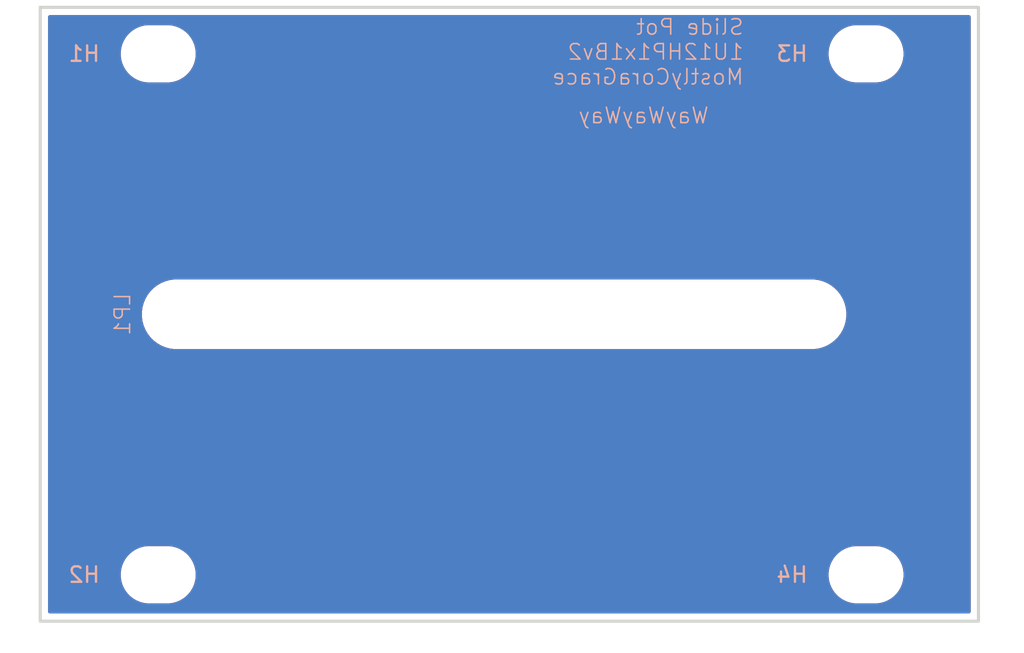
<source format=kicad_pcb>
(kicad_pcb (version 20241229) (generator "pcbnew") (generator_version "9.0")
  (layers (0 "F.Cu" signal) (2 "B.Cu" signal) (13 "F.Paste" user) (15 "B.Paste" user) (5 "F.SilkS" user "F.Silkscreen") (7 "B.SilkS" user "B.Silkscreen") (1 "F.Mask" user) (3 "B.Mask" user) (25 "Edge.Cuts" user))
  (net 0 "")
  (footprint "EXC:MountingHole_3.2mm_M3" (layer "F.Cu") (at 53.34 5.425)
    (property "Reference" "H3" (at -3.683 0 0) (layer "B.SilkS") (effects (justify left mirror)))
    (property "Value" "Eurorack_M3_MountingHole")
    (pad "" np_thru_hole oval (at 0 0) (size 4.34 3.2) (drill oval 4.34 3.2) (layers "*.Cu" "*.Mask"))
  )
  (footprint "EXC:MountingHole_3.2mm_M3" (layer "F.Cu") (at 7.62 5.425)
    (property "Reference" "H1" (at -3.683 0 0) (layer "B.SilkS") (effects (justify left mirror)))
    (property "Value" "Eurorack_M3_MountingHole")
    (pad "" np_thru_hole oval (at 0 0) (size 4.34 3.2) (drill oval 4.34 3.2) (layers "*.Cu" "*.Mask"))
  )
  (footprint "EXC:MountingHole_3.2mm_M3" (layer "F.Cu") (at 7.62 39.075)
    (property "Reference" "H2" (at -3.683 0 0) (layer "B.SilkS") (effects (justify left mirror)))
    (property "Value" "Eurorack_M3_MountingHole")
    (pad "" np_thru_hole oval (at 0 0) (size 4.34 3.2) (drill oval 4.34 3.2) (layers "*.Cu" "*.Mask"))
  )
  (footprint "EXC:Linear_Potentiometer_45mm_M2_Panel_Mount_Top" (layer "F.Cu") (at 29.315 22.25 90)
    (property "Reference" "LP1" (at 0 -24.003 90) (layer "B.SilkS") (effects (font (thickness 0.1)) (justify mirror)))
    (property "Value" "Linear_Potentiometer_45mm_M2_Panel_Mount_Top")
    (pad "" np_thru_hole oval (at 0 0 90) (size 4 45) (drill oval 4 45) (layers "*.Cu" "*.Mask"))
  )
  (footprint "EXC:MountingHole_3.2mm_M3" (layer "F.Cu") (at 53.34 39.075)
    (property "Reference" "H4" (at -3.683 0 0) (layer "B.SilkS") (effects (justify left mirror)))
    (property "Value" "Eurorack_M3_MountingHole")
    (pad "" np_thru_hole oval (at 0 0) (size 4.34 3.2) (drill oval 4.34 3.2) (layers "*.Cu" "*.Mask"))
  )
  (gr_rect (start 0 2.425) (end 60.6 42.075) (stroke (width 0.2)) (fill no) (layer "Edge.Cuts"))
  (gr_text "WayWayWay" (at 43.25 10 0) (layer "B.SilkS") (effects (font (size 1 1) (thickness 0.1)) (justify left bottom mirror)))
  (gr_text "Slide Pot\n1U12HP1x1Bv2\nMostlyCoraGrace" (at 45.5 7.5 0) (layer "B.SilkS") (effects (font (size 1 1) (thickness 0.1)) (justify left bottom mirror)))
  (zone (net 0) (net_name "") (layers "F.Cu" "B.Cu") (connect_pads (clearance 0.5)) (min_thickness 0.25) (fill yes (thermal_gap 0.5) (thermal_bridge_width 0.5) (island_removal_mode 1) (island_area_min 10))
    (polygon (pts (xy 0 2.425) (xy 60.6 2.425) (xy 60.6 42.075) (xy 0 42.075)))
  )
)
</source>
